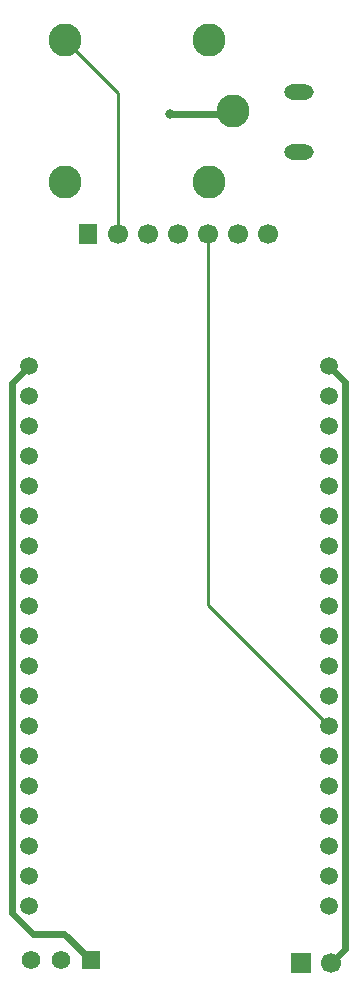
<source format=gtl>
G04 Layer: TopLayer*
G04 EasyEDA v6.5.47, 2024-10-28 03:20:38*
G04 309fc15a7aae42b18f401f2aeeeb71d8,d1a2f3594b844fcea760d271ff29be0f,10*
G04 Gerber Generator version 0.2*
G04 Scale: 100 percent, Rotated: No, Reflected: No *
G04 Dimensions in millimeters *
G04 leading zeros omitted , absolute positions ,4 integer and 5 decimal *
%FSLAX45Y45*%
%MOMM*%

%ADD10C,0.6000*%
%ADD11C,0.2540*%
%ADD12C,2.7940*%
%ADD13O,2.4999949999999997X1.2999974*%
%ADD14C,1.5000*%
%ADD15C,1.7000*%
%ADD16R,1.5748X1.7000*%
%ADD17C,1.5748*%
%ADD18R,1.5748X1.5748*%
%ADD19R,1.7000X1.7000*%
%ADD20C,0.8100*%

%LPD*%
D10*
X5143510Y4787892D02*
G01*
X5261289Y4905672D01*
X5261289Y9712012D01*
X5130810Y9842492D01*
D11*
X3340110Y10960092D02*
G01*
X3340110Y12158134D01*
X2896803Y12601440D01*
D10*
X3784381Y11978378D02*
G01*
X4293702Y11978378D01*
X4316816Y12001492D01*
X3111510Y4813292D02*
G01*
X2886618Y5038183D01*
X2621671Y5038183D01*
X2446436Y5213418D01*
X2446436Y9698118D01*
X2590810Y9842492D01*
D11*
X4102110Y10960092D02*
G01*
X4102110Y7823192D01*
X5130810Y6794492D01*
D12*
G01*
X2896793Y12601447D03*
G01*
X4316806Y12001500D03*
G01*
X4116806Y11401501D03*
G01*
X4116806Y12601498D03*
G01*
X2896793Y11401552D03*
D13*
G01*
X4876800Y12166600D03*
G01*
X4876800Y11658600D03*
D14*
G01*
X2590800Y9842500D03*
G01*
X2590800Y9588500D03*
G01*
X2590800Y9334500D03*
G01*
X2590800Y9080500D03*
G01*
X2590800Y8826500D03*
G01*
X2590800Y8572500D03*
G01*
X2590800Y8318500D03*
G01*
X2590800Y8064500D03*
G01*
X2590800Y7810500D03*
G01*
X2590800Y7556500D03*
G01*
X2590800Y7302500D03*
G01*
X2590800Y7048500D03*
G01*
X2590800Y6794500D03*
G01*
X2590800Y6540500D03*
G01*
X2590800Y6286500D03*
G01*
X2590800Y6032500D03*
G01*
X2590800Y5778500D03*
G01*
X2590800Y5524500D03*
G01*
X2590800Y5270500D03*
G01*
X5130800Y9842500D03*
G01*
X5130800Y9588500D03*
G01*
X5130800Y9334500D03*
G01*
X5130800Y9080500D03*
G01*
X5130800Y8826500D03*
G01*
X5130800Y8572500D03*
G01*
X5130800Y8318500D03*
G01*
X5130800Y8064500D03*
G01*
X5130800Y7810500D03*
G01*
X5130800Y7556500D03*
G01*
X5130800Y7302500D03*
G01*
X5130800Y7048500D03*
G01*
X5130800Y6794500D03*
G01*
X5130800Y6540500D03*
G01*
X5130800Y6286500D03*
G01*
X5130800Y6032500D03*
G01*
X5130800Y5778500D03*
G01*
X5130800Y5524500D03*
G01*
X5130800Y5270500D03*
D15*
G01*
X4610100Y10960100D03*
G01*
X4356100Y10960100D03*
G01*
X4102100Y10960100D03*
G01*
X3848100Y10960100D03*
G01*
X3594100Y10960100D03*
G01*
X3340100Y10960100D03*
D16*
G01*
X3086100Y10960100D03*
D17*
G01*
X2603500Y4813300D03*
G01*
X2857500Y4813300D03*
D18*
G01*
X3111500Y4813300D03*
D19*
G01*
X4889500Y4787900D03*
D15*
G01*
X5143500Y4787900D03*
D20*
G01*
X3784371Y11978386D03*
M02*

</source>
